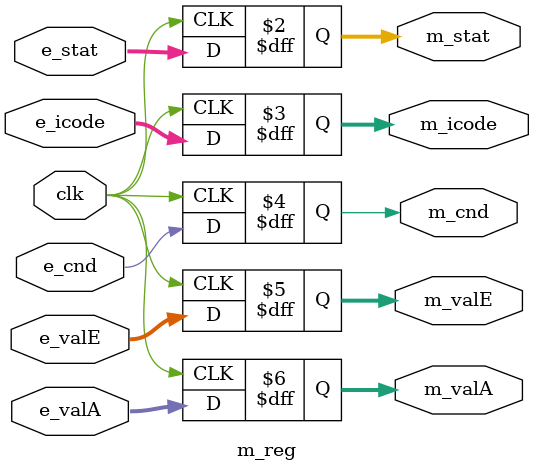
<source format=v>
`timescale 1ns / 1ps

module m_reg(
  clk,
  e_stat,e_icode,e_cnd,e_valE,e_valA,
  m_stat,m_icode,m_cnd,m_valE,m_valA
);  
  input clk;
  input [2:0]  e_stat ;
  input [3:0]  e_icode;
  input        e_cnd  ; 
  input [63:0] e_valE ;
  input [63:0] e_valA ;
  output reg [2:0]   m_stat ;
  output reg [3:0]   m_icode;
  output reg          m_cnd ; 
  output reg [63:0]  m_valE ;
  output reg [63:0]  m_valA ;

  always@(posedge clk)
  begin
    m_stat = e_stat ;
    m_icode= e_icode;
    m_cnd  = e_cnd  ;
    m_valE = e_valE ;
    m_valA = e_valA ;
  end
endmodule
</source>
